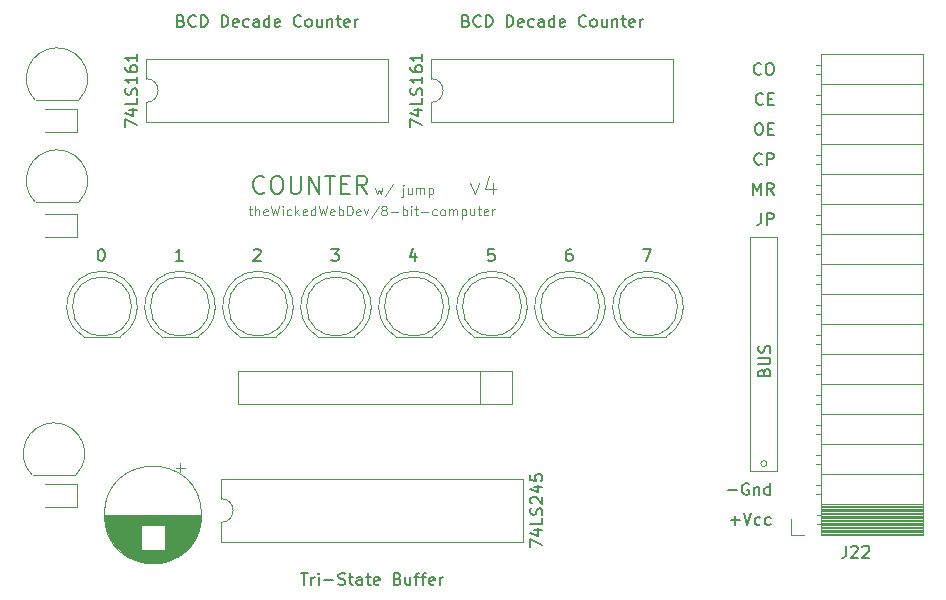
<source format=gbr>
%TF.GenerationSoftware,KiCad,Pcbnew,(5.1.10-1-10_14)*%
%TF.CreationDate,2021-07-27T09:10:44-04:00*%
%TF.ProjectId,COUNTER,434f554e-5445-4522-9e6b-696361645f70,rev?*%
%TF.SameCoordinates,Original*%
%TF.FileFunction,Legend,Top*%
%TF.FilePolarity,Positive*%
%FSLAX46Y46*%
G04 Gerber Fmt 4.6, Leading zero omitted, Abs format (unit mm)*
G04 Created by KiCad (PCBNEW (5.1.10-1-10_14)) date 2021-07-27 09:10:44*
%MOMM*%
%LPD*%
G01*
G04 APERTURE LIST*
%ADD10C,0.150000*%
%ADD11C,0.120000*%
%ADD12C,0.100000*%
G04 APERTURE END LIST*
D10*
X134538476Y-51204880D02*
X135205142Y-51204880D01*
X134776571Y-52204880D01*
X128458285Y-51204880D02*
X128267809Y-51204880D01*
X128172571Y-51252500D01*
X128124952Y-51300119D01*
X128029714Y-51442976D01*
X127982095Y-51633452D01*
X127982095Y-52014404D01*
X128029714Y-52109642D01*
X128077333Y-52157261D01*
X128172571Y-52204880D01*
X128363047Y-52204880D01*
X128458285Y-52157261D01*
X128505904Y-52109642D01*
X128553523Y-52014404D01*
X128553523Y-51776309D01*
X128505904Y-51681071D01*
X128458285Y-51633452D01*
X128363047Y-51585833D01*
X128172571Y-51585833D01*
X128077333Y-51633452D01*
X128029714Y-51681071D01*
X127982095Y-51776309D01*
X121901904Y-51204880D02*
X121425714Y-51204880D01*
X121378095Y-51681071D01*
X121425714Y-51633452D01*
X121520952Y-51585833D01*
X121759047Y-51585833D01*
X121854285Y-51633452D01*
X121901904Y-51681071D01*
X121949523Y-51776309D01*
X121949523Y-52014404D01*
X121901904Y-52109642D01*
X121854285Y-52157261D01*
X121759047Y-52204880D01*
X121520952Y-52204880D01*
X121425714Y-52157261D01*
X121378095Y-52109642D01*
X115250285Y-51538214D02*
X115250285Y-52204880D01*
X115012190Y-51157261D02*
X114774095Y-51871547D01*
X115393142Y-51871547D01*
X108122476Y-51204880D02*
X108741523Y-51204880D01*
X108408190Y-51585833D01*
X108551047Y-51585833D01*
X108646285Y-51633452D01*
X108693904Y-51681071D01*
X108741523Y-51776309D01*
X108741523Y-52014404D01*
X108693904Y-52109642D01*
X108646285Y-52157261D01*
X108551047Y-52204880D01*
X108265333Y-52204880D01*
X108170095Y-52157261D01*
X108122476Y-52109642D01*
X101566095Y-51300119D02*
X101613714Y-51252500D01*
X101708952Y-51204880D01*
X101947047Y-51204880D01*
X102042285Y-51252500D01*
X102089904Y-51300119D01*
X102137523Y-51395357D01*
X102137523Y-51490595D01*
X102089904Y-51633452D01*
X101518476Y-52204880D01*
X102137523Y-52204880D01*
X95533523Y-52204880D02*
X94962095Y-52204880D01*
X95247809Y-52204880D02*
X95247809Y-51204880D01*
X95152571Y-51347738D01*
X95057333Y-51442976D01*
X94962095Y-51490595D01*
X88596190Y-51204880D02*
X88691428Y-51204880D01*
X88786666Y-51252500D01*
X88834285Y-51300119D01*
X88881904Y-51395357D01*
X88929523Y-51585833D01*
X88929523Y-51823928D01*
X88881904Y-52014404D01*
X88834285Y-52109642D01*
X88786666Y-52157261D01*
X88691428Y-52204880D01*
X88596190Y-52204880D01*
X88500952Y-52157261D01*
X88453333Y-52109642D01*
X88405714Y-52014404D01*
X88358095Y-51823928D01*
X88358095Y-51585833D01*
X88405714Y-51395357D01*
X88453333Y-51300119D01*
X88500952Y-51252500D01*
X88596190Y-51204880D01*
X141936571Y-74175928D02*
X142698476Y-74175928D01*
X142317523Y-74556880D02*
X142317523Y-73794976D01*
X143031809Y-73556880D02*
X143365142Y-74556880D01*
X143698476Y-73556880D01*
X144460380Y-74509261D02*
X144365142Y-74556880D01*
X144174666Y-74556880D01*
X144079428Y-74509261D01*
X144031809Y-74461642D01*
X143984190Y-74366404D01*
X143984190Y-74080690D01*
X144031809Y-73985452D01*
X144079428Y-73937833D01*
X144174666Y-73890214D01*
X144365142Y-73890214D01*
X144460380Y-73937833D01*
X145317523Y-74509261D02*
X145222285Y-74556880D01*
X145031809Y-74556880D01*
X144936571Y-74509261D01*
X144888952Y-74461642D01*
X144841333Y-74366404D01*
X144841333Y-74080690D01*
X144888952Y-73985452D01*
X144936571Y-73937833D01*
X145031809Y-73890214D01*
X145222285Y-73890214D01*
X145317523Y-73937833D01*
X141698476Y-71635928D02*
X142460380Y-71635928D01*
X143460380Y-71064500D02*
X143365142Y-71016880D01*
X143222285Y-71016880D01*
X143079428Y-71064500D01*
X142984190Y-71159738D01*
X142936571Y-71254976D01*
X142888952Y-71445452D01*
X142888952Y-71588309D01*
X142936571Y-71778785D01*
X142984190Y-71874023D01*
X143079428Y-71969261D01*
X143222285Y-72016880D01*
X143317523Y-72016880D01*
X143460380Y-71969261D01*
X143508000Y-71921642D01*
X143508000Y-71588309D01*
X143317523Y-71588309D01*
X143936571Y-71350214D02*
X143936571Y-72016880D01*
X143936571Y-71445452D02*
X143984190Y-71397833D01*
X144079428Y-71350214D01*
X144222285Y-71350214D01*
X144317523Y-71397833D01*
X144365142Y-71493071D01*
X144365142Y-72016880D01*
X145269904Y-72016880D02*
X145269904Y-71016880D01*
X145269904Y-71969261D02*
X145174666Y-72016880D01*
X144984190Y-72016880D01*
X144888952Y-71969261D01*
X144841333Y-71921642D01*
X144793714Y-71826404D01*
X144793714Y-71540690D01*
X144841333Y-71445452D01*
X144888952Y-71397833D01*
X144984190Y-71350214D01*
X145174666Y-71350214D01*
X145269904Y-71397833D01*
X143857238Y-46616880D02*
X143857238Y-45616880D01*
X144190571Y-46331166D01*
X144523904Y-45616880D01*
X144523904Y-46616880D01*
X145571523Y-46616880D02*
X145238190Y-46140690D01*
X145000095Y-46616880D02*
X145000095Y-45616880D01*
X145381047Y-45616880D01*
X145476285Y-45664500D01*
X145523904Y-45712119D01*
X145571523Y-45807357D01*
X145571523Y-45950214D01*
X145523904Y-46045452D01*
X145476285Y-46093071D01*
X145381047Y-46140690D01*
X145000095Y-46140690D01*
D11*
X145005500Y-69368500D02*
G75*
G03*
X145005500Y-69368500I-254000J0D01*
G01*
X145859500Y-50228500D02*
X145859500Y-70040500D01*
X143573500Y-70040500D02*
X145859500Y-70040500D01*
X143573500Y-67500500D02*
X143573500Y-70040500D01*
X143573500Y-50228500D02*
X143573500Y-67500500D01*
X145859500Y-50228500D02*
X143573500Y-50228500D01*
D10*
X144523904Y-48156880D02*
X144523904Y-48871166D01*
X144476285Y-49014023D01*
X144381047Y-49109261D01*
X144238190Y-49156880D01*
X144142952Y-49156880D01*
X145000095Y-49156880D02*
X145000095Y-48156880D01*
X145381047Y-48156880D01*
X145476285Y-48204500D01*
X145523904Y-48252119D01*
X145571523Y-48347357D01*
X145571523Y-48490214D01*
X145523904Y-48585452D01*
X145476285Y-48633071D01*
X145381047Y-48680690D01*
X145000095Y-48680690D01*
X144772071Y-61644571D02*
X144819690Y-61501714D01*
X144867309Y-61454095D01*
X144962547Y-61406476D01*
X145105404Y-61406476D01*
X145200642Y-61454095D01*
X145248261Y-61501714D01*
X145295880Y-61596952D01*
X145295880Y-61977904D01*
X144295880Y-61977904D01*
X144295880Y-61644571D01*
X144343500Y-61549333D01*
X144391119Y-61501714D01*
X144486357Y-61454095D01*
X144581595Y-61454095D01*
X144676833Y-61501714D01*
X144724452Y-61549333D01*
X144772071Y-61644571D01*
X144772071Y-61977904D01*
X144295880Y-60977904D02*
X145105404Y-60977904D01*
X145200642Y-60930285D01*
X145248261Y-60882666D01*
X145295880Y-60787428D01*
X145295880Y-60596952D01*
X145248261Y-60501714D01*
X145200642Y-60454095D01*
X145105404Y-60406476D01*
X144295880Y-60406476D01*
X145248261Y-59977904D02*
X145295880Y-59835047D01*
X145295880Y-59596952D01*
X145248261Y-59501714D01*
X145200642Y-59454095D01*
X145105404Y-59406476D01*
X145010166Y-59406476D01*
X144914928Y-59454095D01*
X144867309Y-59501714D01*
X144819690Y-59596952D01*
X144772071Y-59787428D01*
X144724452Y-59882666D01*
X144676833Y-59930285D01*
X144581595Y-59977904D01*
X144486357Y-59977904D01*
X144391119Y-59930285D01*
X144343500Y-59882666D01*
X144295880Y-59787428D01*
X144295880Y-59549333D01*
X144343500Y-59406476D01*
X144571523Y-43981642D02*
X144523904Y-44029261D01*
X144381047Y-44076880D01*
X144285809Y-44076880D01*
X144142952Y-44029261D01*
X144047714Y-43934023D01*
X144000095Y-43838785D01*
X143952476Y-43648309D01*
X143952476Y-43505452D01*
X144000095Y-43314976D01*
X144047714Y-43219738D01*
X144142952Y-43124500D01*
X144285809Y-43076880D01*
X144381047Y-43076880D01*
X144523904Y-43124500D01*
X144571523Y-43172119D01*
X145000095Y-44076880D02*
X145000095Y-43076880D01*
X145381047Y-43076880D01*
X145476285Y-43124500D01*
X145523904Y-43172119D01*
X145571523Y-43267357D01*
X145571523Y-43410214D01*
X145523904Y-43505452D01*
X145476285Y-43553071D01*
X145381047Y-43600690D01*
X145000095Y-43600690D01*
X144238190Y-40536880D02*
X144428666Y-40536880D01*
X144523904Y-40584500D01*
X144619142Y-40679738D01*
X144666761Y-40870214D01*
X144666761Y-41203547D01*
X144619142Y-41394023D01*
X144523904Y-41489261D01*
X144428666Y-41536880D01*
X144238190Y-41536880D01*
X144142952Y-41489261D01*
X144047714Y-41394023D01*
X144000095Y-41203547D01*
X144000095Y-40870214D01*
X144047714Y-40679738D01*
X144142952Y-40584500D01*
X144238190Y-40536880D01*
X145095333Y-41013071D02*
X145428666Y-41013071D01*
X145571523Y-41536880D02*
X145095333Y-41536880D01*
X145095333Y-40536880D01*
X145571523Y-40536880D01*
X144666761Y-38901642D02*
X144619142Y-38949261D01*
X144476285Y-38996880D01*
X144381047Y-38996880D01*
X144238190Y-38949261D01*
X144142952Y-38854023D01*
X144095333Y-38758785D01*
X144047714Y-38568309D01*
X144047714Y-38425452D01*
X144095333Y-38234976D01*
X144142952Y-38139738D01*
X144238190Y-38044500D01*
X144381047Y-37996880D01*
X144476285Y-37996880D01*
X144619142Y-38044500D01*
X144666761Y-38092119D01*
X145095333Y-38473071D02*
X145428666Y-38473071D01*
X145571523Y-38996880D02*
X145095333Y-38996880D01*
X145095333Y-37996880D01*
X145571523Y-37996880D01*
X144523904Y-36361642D02*
X144476285Y-36409261D01*
X144333428Y-36456880D01*
X144238190Y-36456880D01*
X144095333Y-36409261D01*
X144000095Y-36314023D01*
X143952476Y-36218785D01*
X143904857Y-36028309D01*
X143904857Y-35885452D01*
X143952476Y-35694976D01*
X144000095Y-35599738D01*
X144095333Y-35504500D01*
X144238190Y-35456880D01*
X144333428Y-35456880D01*
X144476285Y-35504500D01*
X144523904Y-35552119D01*
X145142952Y-35456880D02*
X145333428Y-35456880D01*
X145428666Y-35504500D01*
X145523904Y-35599738D01*
X145571523Y-35790214D01*
X145571523Y-36123547D01*
X145523904Y-36314023D01*
X145428666Y-36409261D01*
X145333428Y-36456880D01*
X145142952Y-36456880D01*
X145047714Y-36409261D01*
X144952476Y-36314023D01*
X144904857Y-36123547D01*
X144904857Y-35790214D01*
X144952476Y-35599738D01*
X145047714Y-35504500D01*
X145142952Y-35456880D01*
D12*
X119896071Y-45589071D02*
X120253214Y-46589071D01*
X120610357Y-45589071D01*
X121824642Y-45589071D02*
X121824642Y-46589071D01*
X121467500Y-45017642D02*
X121110357Y-46089071D01*
X122038928Y-46089071D01*
X111849309Y-46023071D02*
X112001690Y-46556404D01*
X112154071Y-46175452D01*
X112306452Y-46556404D01*
X112458833Y-46023071D01*
X113335023Y-45718309D02*
X112649309Y-46746880D01*
X114211214Y-46023071D02*
X114211214Y-46708785D01*
X114173119Y-46784976D01*
X114096928Y-46823071D01*
X114058833Y-46823071D01*
X114211214Y-45756404D02*
X114173119Y-45794500D01*
X114211214Y-45832595D01*
X114249309Y-45794500D01*
X114211214Y-45756404D01*
X114211214Y-45832595D01*
X114935023Y-46023071D02*
X114935023Y-46556404D01*
X114592166Y-46023071D02*
X114592166Y-46442119D01*
X114630261Y-46518309D01*
X114706452Y-46556404D01*
X114820738Y-46556404D01*
X114896928Y-46518309D01*
X114935023Y-46480214D01*
X115315976Y-46556404D02*
X115315976Y-46023071D01*
X115315976Y-46099261D02*
X115354071Y-46061166D01*
X115430261Y-46023071D01*
X115544547Y-46023071D01*
X115620738Y-46061166D01*
X115658833Y-46137357D01*
X115658833Y-46556404D01*
X115658833Y-46137357D02*
X115696928Y-46061166D01*
X115773119Y-46023071D01*
X115887404Y-46023071D01*
X115963595Y-46061166D01*
X116001690Y-46137357D01*
X116001690Y-46556404D01*
X116382642Y-46023071D02*
X116382642Y-46823071D01*
X116382642Y-46061166D02*
X116458833Y-46023071D01*
X116611214Y-46023071D01*
X116687404Y-46061166D01*
X116725500Y-46099261D01*
X116763595Y-46175452D01*
X116763595Y-46404023D01*
X116725500Y-46480214D01*
X116687404Y-46518309D01*
X116611214Y-46556404D01*
X116458833Y-46556404D01*
X116382642Y-46518309D01*
X101127404Y-47833071D02*
X101432166Y-47833071D01*
X101241690Y-47566404D02*
X101241690Y-48252119D01*
X101279785Y-48328309D01*
X101355976Y-48366404D01*
X101432166Y-48366404D01*
X101698833Y-48366404D02*
X101698833Y-47566404D01*
X102041690Y-48366404D02*
X102041690Y-47947357D01*
X102003595Y-47871166D01*
X101927404Y-47833071D01*
X101813119Y-47833071D01*
X101736928Y-47871166D01*
X101698833Y-47909261D01*
X102727404Y-48328309D02*
X102651214Y-48366404D01*
X102498833Y-48366404D01*
X102422642Y-48328309D01*
X102384547Y-48252119D01*
X102384547Y-47947357D01*
X102422642Y-47871166D01*
X102498833Y-47833071D01*
X102651214Y-47833071D01*
X102727404Y-47871166D01*
X102765500Y-47947357D01*
X102765500Y-48023547D01*
X102384547Y-48099738D01*
X103032166Y-47566404D02*
X103222642Y-48366404D01*
X103375023Y-47794976D01*
X103527404Y-48366404D01*
X103717880Y-47566404D01*
X104022642Y-48366404D02*
X104022642Y-47833071D01*
X104022642Y-47566404D02*
X103984547Y-47604500D01*
X104022642Y-47642595D01*
X104060738Y-47604500D01*
X104022642Y-47566404D01*
X104022642Y-47642595D01*
X104746452Y-48328309D02*
X104670261Y-48366404D01*
X104517880Y-48366404D01*
X104441690Y-48328309D01*
X104403595Y-48290214D01*
X104365500Y-48214023D01*
X104365500Y-47985452D01*
X104403595Y-47909261D01*
X104441690Y-47871166D01*
X104517880Y-47833071D01*
X104670261Y-47833071D01*
X104746452Y-47871166D01*
X105089309Y-48366404D02*
X105089309Y-47566404D01*
X105165500Y-48061642D02*
X105394071Y-48366404D01*
X105394071Y-47833071D02*
X105089309Y-48137833D01*
X106041690Y-48328309D02*
X105965500Y-48366404D01*
X105813119Y-48366404D01*
X105736928Y-48328309D01*
X105698833Y-48252119D01*
X105698833Y-47947357D01*
X105736928Y-47871166D01*
X105813119Y-47833071D01*
X105965500Y-47833071D01*
X106041690Y-47871166D01*
X106079785Y-47947357D01*
X106079785Y-48023547D01*
X105698833Y-48099738D01*
X106765500Y-48366404D02*
X106765500Y-47566404D01*
X106765500Y-48328309D02*
X106689309Y-48366404D01*
X106536928Y-48366404D01*
X106460738Y-48328309D01*
X106422642Y-48290214D01*
X106384547Y-48214023D01*
X106384547Y-47985452D01*
X106422642Y-47909261D01*
X106460738Y-47871166D01*
X106536928Y-47833071D01*
X106689309Y-47833071D01*
X106765500Y-47871166D01*
X107070261Y-47566404D02*
X107260738Y-48366404D01*
X107413119Y-47794976D01*
X107565500Y-48366404D01*
X107755976Y-47566404D01*
X108365500Y-48328309D02*
X108289309Y-48366404D01*
X108136928Y-48366404D01*
X108060738Y-48328309D01*
X108022642Y-48252119D01*
X108022642Y-47947357D01*
X108060738Y-47871166D01*
X108136928Y-47833071D01*
X108289309Y-47833071D01*
X108365500Y-47871166D01*
X108403595Y-47947357D01*
X108403595Y-48023547D01*
X108022642Y-48099738D01*
X108746452Y-48366404D02*
X108746452Y-47566404D01*
X108746452Y-47871166D02*
X108822642Y-47833071D01*
X108975023Y-47833071D01*
X109051214Y-47871166D01*
X109089309Y-47909261D01*
X109127404Y-47985452D01*
X109127404Y-48214023D01*
X109089309Y-48290214D01*
X109051214Y-48328309D01*
X108975023Y-48366404D01*
X108822642Y-48366404D01*
X108746452Y-48328309D01*
X109470261Y-48366404D02*
X109470261Y-47566404D01*
X109660738Y-47566404D01*
X109775023Y-47604500D01*
X109851214Y-47680690D01*
X109889309Y-47756880D01*
X109927404Y-47909261D01*
X109927404Y-48023547D01*
X109889309Y-48175928D01*
X109851214Y-48252119D01*
X109775023Y-48328309D01*
X109660738Y-48366404D01*
X109470261Y-48366404D01*
X110575023Y-48328309D02*
X110498833Y-48366404D01*
X110346452Y-48366404D01*
X110270261Y-48328309D01*
X110232166Y-48252119D01*
X110232166Y-47947357D01*
X110270261Y-47871166D01*
X110346452Y-47833071D01*
X110498833Y-47833071D01*
X110575023Y-47871166D01*
X110613119Y-47947357D01*
X110613119Y-48023547D01*
X110232166Y-48099738D01*
X110879785Y-47833071D02*
X111070261Y-48366404D01*
X111260738Y-47833071D01*
X112136928Y-47528309D02*
X111451214Y-48556880D01*
X112517880Y-47909261D02*
X112441690Y-47871166D01*
X112403595Y-47833071D01*
X112365500Y-47756880D01*
X112365500Y-47718785D01*
X112403595Y-47642595D01*
X112441690Y-47604500D01*
X112517880Y-47566404D01*
X112670261Y-47566404D01*
X112746452Y-47604500D01*
X112784547Y-47642595D01*
X112822642Y-47718785D01*
X112822642Y-47756880D01*
X112784547Y-47833071D01*
X112746452Y-47871166D01*
X112670261Y-47909261D01*
X112517880Y-47909261D01*
X112441690Y-47947357D01*
X112403595Y-47985452D01*
X112365500Y-48061642D01*
X112365500Y-48214023D01*
X112403595Y-48290214D01*
X112441690Y-48328309D01*
X112517880Y-48366404D01*
X112670261Y-48366404D01*
X112746452Y-48328309D01*
X112784547Y-48290214D01*
X112822642Y-48214023D01*
X112822642Y-48061642D01*
X112784547Y-47985452D01*
X112746452Y-47947357D01*
X112670261Y-47909261D01*
X113165500Y-48061642D02*
X113775023Y-48061642D01*
X114155976Y-48366404D02*
X114155976Y-47566404D01*
X114155976Y-47871166D02*
X114232166Y-47833071D01*
X114384547Y-47833071D01*
X114460738Y-47871166D01*
X114498833Y-47909261D01*
X114536928Y-47985452D01*
X114536928Y-48214023D01*
X114498833Y-48290214D01*
X114460738Y-48328309D01*
X114384547Y-48366404D01*
X114232166Y-48366404D01*
X114155976Y-48328309D01*
X114879785Y-48366404D02*
X114879785Y-47833071D01*
X114879785Y-47566404D02*
X114841690Y-47604500D01*
X114879785Y-47642595D01*
X114917880Y-47604500D01*
X114879785Y-47566404D01*
X114879785Y-47642595D01*
X115146452Y-47833071D02*
X115451214Y-47833071D01*
X115260738Y-47566404D02*
X115260738Y-48252119D01*
X115298833Y-48328309D01*
X115375023Y-48366404D01*
X115451214Y-48366404D01*
X115717880Y-48061642D02*
X116327404Y-48061642D01*
X117051214Y-48328309D02*
X116975023Y-48366404D01*
X116822642Y-48366404D01*
X116746452Y-48328309D01*
X116708357Y-48290214D01*
X116670261Y-48214023D01*
X116670261Y-47985452D01*
X116708357Y-47909261D01*
X116746452Y-47871166D01*
X116822642Y-47833071D01*
X116975023Y-47833071D01*
X117051214Y-47871166D01*
X117508357Y-48366404D02*
X117432166Y-48328309D01*
X117394071Y-48290214D01*
X117355976Y-48214023D01*
X117355976Y-47985452D01*
X117394071Y-47909261D01*
X117432166Y-47871166D01*
X117508357Y-47833071D01*
X117622642Y-47833071D01*
X117698833Y-47871166D01*
X117736928Y-47909261D01*
X117775023Y-47985452D01*
X117775023Y-48214023D01*
X117736928Y-48290214D01*
X117698833Y-48328309D01*
X117622642Y-48366404D01*
X117508357Y-48366404D01*
X118117880Y-48366404D02*
X118117880Y-47833071D01*
X118117880Y-47909261D02*
X118155976Y-47871166D01*
X118232166Y-47833071D01*
X118346452Y-47833071D01*
X118422642Y-47871166D01*
X118460738Y-47947357D01*
X118460738Y-48366404D01*
X118460738Y-47947357D02*
X118498833Y-47871166D01*
X118575023Y-47833071D01*
X118689309Y-47833071D01*
X118765500Y-47871166D01*
X118803595Y-47947357D01*
X118803595Y-48366404D01*
X119184547Y-47833071D02*
X119184547Y-48633071D01*
X119184547Y-47871166D02*
X119260738Y-47833071D01*
X119413119Y-47833071D01*
X119489309Y-47871166D01*
X119527404Y-47909261D01*
X119565500Y-47985452D01*
X119565500Y-48214023D01*
X119527404Y-48290214D01*
X119489309Y-48328309D01*
X119413119Y-48366404D01*
X119260738Y-48366404D01*
X119184547Y-48328309D01*
X120251214Y-47833071D02*
X120251214Y-48366404D01*
X119908357Y-47833071D02*
X119908357Y-48252119D01*
X119946452Y-48328309D01*
X120022642Y-48366404D01*
X120136928Y-48366404D01*
X120213119Y-48328309D01*
X120251214Y-48290214D01*
X120517880Y-47833071D02*
X120822642Y-47833071D01*
X120632166Y-47566404D02*
X120632166Y-48252119D01*
X120670261Y-48328309D01*
X120746452Y-48366404D01*
X120822642Y-48366404D01*
X121394071Y-48328309D02*
X121317880Y-48366404D01*
X121165500Y-48366404D01*
X121089309Y-48328309D01*
X121051214Y-48252119D01*
X121051214Y-47947357D01*
X121089309Y-47871166D01*
X121165500Y-47833071D01*
X121317880Y-47833071D01*
X121394071Y-47871166D01*
X121432166Y-47947357D01*
X121432166Y-48023547D01*
X121051214Y-48099738D01*
X121775023Y-48366404D02*
X121775023Y-47833071D01*
X121775023Y-47985452D02*
X121813119Y-47909261D01*
X121851214Y-47871166D01*
X121927404Y-47833071D01*
X122003595Y-47833071D01*
D10*
X102463242Y-46363114D02*
X102391814Y-46434542D01*
X102177528Y-46505971D01*
X102034671Y-46505971D01*
X101820385Y-46434542D01*
X101677528Y-46291685D01*
X101606100Y-46148828D01*
X101534671Y-45863114D01*
X101534671Y-45648828D01*
X101606100Y-45363114D01*
X101677528Y-45220257D01*
X101820385Y-45077400D01*
X102034671Y-45005971D01*
X102177528Y-45005971D01*
X102391814Y-45077400D01*
X102463242Y-45148828D01*
X103391814Y-45005971D02*
X103677528Y-45005971D01*
X103820385Y-45077400D01*
X103963242Y-45220257D01*
X104034671Y-45505971D01*
X104034671Y-46005971D01*
X103963242Y-46291685D01*
X103820385Y-46434542D01*
X103677528Y-46505971D01*
X103391814Y-46505971D01*
X103248957Y-46434542D01*
X103106100Y-46291685D01*
X103034671Y-46005971D01*
X103034671Y-45505971D01*
X103106100Y-45220257D01*
X103248957Y-45077400D01*
X103391814Y-45005971D01*
X104677528Y-45005971D02*
X104677528Y-46220257D01*
X104748957Y-46363114D01*
X104820385Y-46434542D01*
X104963242Y-46505971D01*
X105248957Y-46505971D01*
X105391814Y-46434542D01*
X105463242Y-46363114D01*
X105534671Y-46220257D01*
X105534671Y-45005971D01*
X106248957Y-46505971D02*
X106248957Y-45005971D01*
X107106100Y-46505971D01*
X107106100Y-45005971D01*
X107606100Y-45005971D02*
X108463242Y-45005971D01*
X108034671Y-46505971D02*
X108034671Y-45005971D01*
X108963242Y-45720257D02*
X109463242Y-45720257D01*
X109677528Y-46505971D02*
X108963242Y-46505971D01*
X108963242Y-45005971D01*
X109677528Y-45005971D01*
X111177528Y-46505971D02*
X110677528Y-45791685D01*
X110320385Y-46505971D02*
X110320385Y-45005971D01*
X110891814Y-45005971D01*
X111034671Y-45077400D01*
X111106100Y-45148828D01*
X111177528Y-45291685D01*
X111177528Y-45505971D01*
X111106100Y-45648828D01*
X111034671Y-45720257D01*
X110891814Y-45791685D01*
X110320385Y-45791685D01*
D11*
%TO.C,J22*%
X148145500Y-75434500D02*
X147035500Y-75434500D01*
X147035500Y-75434500D02*
X147035500Y-74104500D01*
X158235500Y-75434500D02*
X158235500Y-34674500D01*
X158235500Y-34674500D02*
X149605500Y-34674500D01*
X149605500Y-75434500D02*
X149605500Y-34674500D01*
X158235500Y-75434500D02*
X149605500Y-75434500D01*
X158235500Y-37274500D02*
X149605500Y-37274500D01*
X158235500Y-39814500D02*
X149605500Y-39814500D01*
X158235500Y-42354500D02*
X149605500Y-42354500D01*
X158235500Y-44894500D02*
X149605500Y-44894500D01*
X158235500Y-47434500D02*
X149605500Y-47434500D01*
X158235500Y-49974500D02*
X149605500Y-49974500D01*
X158235500Y-52514500D02*
X149605500Y-52514500D01*
X158235500Y-55054500D02*
X149605500Y-55054500D01*
X158235500Y-57594500D02*
X149605500Y-57594500D01*
X158235500Y-60134500D02*
X149605500Y-60134500D01*
X158235500Y-62674500D02*
X149605500Y-62674500D01*
X158235500Y-65214500D02*
X149605500Y-65214500D01*
X158235500Y-67754500D02*
X149605500Y-67754500D01*
X158235500Y-70294500D02*
X149605500Y-70294500D01*
X158235500Y-72834500D02*
X149605500Y-72834500D01*
X149605500Y-35644500D02*
X149195500Y-35644500D01*
X149605500Y-36364500D02*
X149195500Y-36364500D01*
X149605500Y-38184500D02*
X149195500Y-38184500D01*
X149605500Y-38904500D02*
X149195500Y-38904500D01*
X149605500Y-40724500D02*
X149195500Y-40724500D01*
X149605500Y-41444500D02*
X149195500Y-41444500D01*
X149605500Y-43264500D02*
X149195500Y-43264500D01*
X149605500Y-43984500D02*
X149195500Y-43984500D01*
X149605500Y-45804500D02*
X149195500Y-45804500D01*
X149605500Y-46524500D02*
X149195500Y-46524500D01*
X149605500Y-48344500D02*
X149195500Y-48344500D01*
X149605500Y-49064500D02*
X149195500Y-49064500D01*
X149605500Y-50884500D02*
X149195500Y-50884500D01*
X149605500Y-51604500D02*
X149195500Y-51604500D01*
X149605500Y-53424500D02*
X149195500Y-53424500D01*
X149605500Y-54144500D02*
X149195500Y-54144500D01*
X149605500Y-55964500D02*
X149195500Y-55964500D01*
X149605500Y-56684500D02*
X149195500Y-56684500D01*
X149605500Y-58504500D02*
X149195500Y-58504500D01*
X149605500Y-59224500D02*
X149195500Y-59224500D01*
X149605500Y-61044500D02*
X149195500Y-61044500D01*
X149605500Y-61764500D02*
X149195500Y-61764500D01*
X149605500Y-63584500D02*
X149195500Y-63584500D01*
X149605500Y-64304500D02*
X149195500Y-64304500D01*
X149605500Y-66124500D02*
X149195500Y-66124500D01*
X149605500Y-66844500D02*
X149195500Y-66844500D01*
X149605500Y-68664500D02*
X149195500Y-68664500D01*
X149605500Y-69384500D02*
X149195500Y-69384500D01*
X149605500Y-71204500D02*
X149195500Y-71204500D01*
X149605500Y-71924500D02*
X149195500Y-71924500D01*
X149605500Y-73744500D02*
X149255500Y-73744500D01*
X149605500Y-74464500D02*
X149255500Y-74464500D01*
X158235500Y-72952600D02*
X149605500Y-72952600D01*
X158235500Y-73070695D02*
X149605500Y-73070695D01*
X158235500Y-73188790D02*
X149605500Y-73188790D01*
X158235500Y-73306885D02*
X149605500Y-73306885D01*
X158235500Y-73424980D02*
X149605500Y-73424980D01*
X158235500Y-73543075D02*
X149605500Y-73543075D01*
X158235500Y-73661170D02*
X149605500Y-73661170D01*
X158235500Y-73779265D02*
X149605500Y-73779265D01*
X158235500Y-73897360D02*
X149605500Y-73897360D01*
X158235500Y-74015455D02*
X149605500Y-74015455D01*
X158235500Y-74133550D02*
X149605500Y-74133550D01*
X158235500Y-74251645D02*
X149605500Y-74251645D01*
X158235500Y-74369740D02*
X149605500Y-74369740D01*
X158235500Y-74487835D02*
X149605500Y-74487835D01*
X158235500Y-74605930D02*
X149605500Y-74605930D01*
X158235500Y-74724025D02*
X149605500Y-74724025D01*
X158235500Y-74842120D02*
X149605500Y-74842120D01*
X158235500Y-74960215D02*
X149605500Y-74960215D01*
X158235500Y-75078310D02*
X149605500Y-75078310D01*
X158235500Y-75196405D02*
X149605500Y-75196405D01*
X158235500Y-75314500D02*
X149605500Y-75314500D01*
%TO.C,C10*%
X97147500Y-73718500D02*
G75*
G03*
X97147500Y-73718500I-4120000J0D01*
G01*
X97107500Y-73718500D02*
X88947500Y-73718500D01*
X97107500Y-73758500D02*
X88947500Y-73758500D01*
X97107500Y-73798500D02*
X88947500Y-73798500D01*
X97106500Y-73838500D02*
X88948500Y-73838500D01*
X97104500Y-73878500D02*
X88950500Y-73878500D01*
X97103500Y-73918500D02*
X88951500Y-73918500D01*
X97101500Y-73958500D02*
X88953500Y-73958500D01*
X97098500Y-73998500D02*
X88956500Y-73998500D01*
X97095500Y-74038500D02*
X88959500Y-74038500D01*
X97092500Y-74078500D02*
X88962500Y-74078500D01*
X97088500Y-74118500D02*
X88966500Y-74118500D01*
X97084500Y-74158500D02*
X88970500Y-74158500D01*
X97079500Y-74198500D02*
X88975500Y-74198500D01*
X97075500Y-74238500D02*
X88979500Y-74238500D01*
X97069500Y-74278500D02*
X88985500Y-74278500D01*
X97064500Y-74318500D02*
X88990500Y-74318500D01*
X97057500Y-74358500D02*
X88997500Y-74358500D01*
X97051500Y-74398500D02*
X89003500Y-74398500D01*
X97044500Y-74439500D02*
X89010500Y-74439500D01*
X97037500Y-74479500D02*
X89017500Y-74479500D01*
X97029500Y-74519500D02*
X89025500Y-74519500D01*
X97021500Y-74559500D02*
X89033500Y-74559500D01*
X97012500Y-74599500D02*
X94067500Y-74599500D01*
X91987500Y-74599500D02*
X89042500Y-74599500D01*
X97003500Y-74639500D02*
X94067500Y-74639500D01*
X91987500Y-74639500D02*
X89051500Y-74639500D01*
X96994500Y-74679500D02*
X94067500Y-74679500D01*
X91987500Y-74679500D02*
X89060500Y-74679500D01*
X96984500Y-74719500D02*
X94067500Y-74719500D01*
X91987500Y-74719500D02*
X89070500Y-74719500D01*
X96974500Y-74759500D02*
X94067500Y-74759500D01*
X91987500Y-74759500D02*
X89080500Y-74759500D01*
X96963500Y-74799500D02*
X94067500Y-74799500D01*
X91987500Y-74799500D02*
X89091500Y-74799500D01*
X96952500Y-74839500D02*
X94067500Y-74839500D01*
X91987500Y-74839500D02*
X89102500Y-74839500D01*
X96941500Y-74879500D02*
X94067500Y-74879500D01*
X91987500Y-74879500D02*
X89113500Y-74879500D01*
X96929500Y-74919500D02*
X94067500Y-74919500D01*
X91987500Y-74919500D02*
X89125500Y-74919500D01*
X96916500Y-74959500D02*
X94067500Y-74959500D01*
X91987500Y-74959500D02*
X89138500Y-74959500D01*
X96904500Y-74999500D02*
X94067500Y-74999500D01*
X91987500Y-74999500D02*
X89150500Y-74999500D01*
X96890500Y-75039500D02*
X94067500Y-75039500D01*
X91987500Y-75039500D02*
X89164500Y-75039500D01*
X96877500Y-75079500D02*
X94067500Y-75079500D01*
X91987500Y-75079500D02*
X89177500Y-75079500D01*
X96862500Y-75119500D02*
X94067500Y-75119500D01*
X91987500Y-75119500D02*
X89192500Y-75119500D01*
X96848500Y-75159500D02*
X94067500Y-75159500D01*
X91987500Y-75159500D02*
X89206500Y-75159500D01*
X96832500Y-75199500D02*
X94067500Y-75199500D01*
X91987500Y-75199500D02*
X89222500Y-75199500D01*
X96817500Y-75239500D02*
X94067500Y-75239500D01*
X91987500Y-75239500D02*
X89237500Y-75239500D01*
X96801500Y-75279500D02*
X94067500Y-75279500D01*
X91987500Y-75279500D02*
X89253500Y-75279500D01*
X96784500Y-75319500D02*
X94067500Y-75319500D01*
X91987500Y-75319500D02*
X89270500Y-75319500D01*
X96767500Y-75359500D02*
X94067500Y-75359500D01*
X91987500Y-75359500D02*
X89287500Y-75359500D01*
X96749500Y-75399500D02*
X94067500Y-75399500D01*
X91987500Y-75399500D02*
X89305500Y-75399500D01*
X96731500Y-75439500D02*
X94067500Y-75439500D01*
X91987500Y-75439500D02*
X89323500Y-75439500D01*
X96713500Y-75479500D02*
X94067500Y-75479500D01*
X91987500Y-75479500D02*
X89341500Y-75479500D01*
X96693500Y-75519500D02*
X94067500Y-75519500D01*
X91987500Y-75519500D02*
X89361500Y-75519500D01*
X96674500Y-75559500D02*
X94067500Y-75559500D01*
X91987500Y-75559500D02*
X89380500Y-75559500D01*
X96654500Y-75599500D02*
X94067500Y-75599500D01*
X91987500Y-75599500D02*
X89400500Y-75599500D01*
X96633500Y-75639500D02*
X94067500Y-75639500D01*
X91987500Y-75639500D02*
X89421500Y-75639500D01*
X96611500Y-75679500D02*
X94067500Y-75679500D01*
X91987500Y-75679500D02*
X89443500Y-75679500D01*
X96589500Y-75719500D02*
X94067500Y-75719500D01*
X91987500Y-75719500D02*
X89465500Y-75719500D01*
X96567500Y-75759500D02*
X94067500Y-75759500D01*
X91987500Y-75759500D02*
X89487500Y-75759500D01*
X96544500Y-75799500D02*
X94067500Y-75799500D01*
X91987500Y-75799500D02*
X89510500Y-75799500D01*
X96520500Y-75839500D02*
X94067500Y-75839500D01*
X91987500Y-75839500D02*
X89534500Y-75839500D01*
X96496500Y-75879500D02*
X94067500Y-75879500D01*
X91987500Y-75879500D02*
X89558500Y-75879500D01*
X96471500Y-75919500D02*
X94067500Y-75919500D01*
X91987500Y-75919500D02*
X89583500Y-75919500D01*
X96445500Y-75959500D02*
X94067500Y-75959500D01*
X91987500Y-75959500D02*
X89609500Y-75959500D01*
X96419500Y-75999500D02*
X94067500Y-75999500D01*
X91987500Y-75999500D02*
X89635500Y-75999500D01*
X96392500Y-76039500D02*
X94067500Y-76039500D01*
X91987500Y-76039500D02*
X89662500Y-76039500D01*
X96365500Y-76079500D02*
X94067500Y-76079500D01*
X91987500Y-76079500D02*
X89689500Y-76079500D01*
X96336500Y-76119500D02*
X94067500Y-76119500D01*
X91987500Y-76119500D02*
X89718500Y-76119500D01*
X96307500Y-76159500D02*
X94067500Y-76159500D01*
X91987500Y-76159500D02*
X89747500Y-76159500D01*
X96277500Y-76199500D02*
X94067500Y-76199500D01*
X91987500Y-76199500D02*
X89777500Y-76199500D01*
X96247500Y-76239500D02*
X94067500Y-76239500D01*
X91987500Y-76239500D02*
X89807500Y-76239500D01*
X96216500Y-76279500D02*
X94067500Y-76279500D01*
X91987500Y-76279500D02*
X89838500Y-76279500D01*
X96183500Y-76319500D02*
X94067500Y-76319500D01*
X91987500Y-76319500D02*
X89871500Y-76319500D01*
X96151500Y-76359500D02*
X94067500Y-76359500D01*
X91987500Y-76359500D02*
X89903500Y-76359500D01*
X96117500Y-76399500D02*
X94067500Y-76399500D01*
X91987500Y-76399500D02*
X89937500Y-76399500D01*
X96082500Y-76439500D02*
X94067500Y-76439500D01*
X91987500Y-76439500D02*
X89972500Y-76439500D01*
X96046500Y-76479500D02*
X94067500Y-76479500D01*
X91987500Y-76479500D02*
X90008500Y-76479500D01*
X96010500Y-76519500D02*
X94067500Y-76519500D01*
X91987500Y-76519500D02*
X90044500Y-76519500D01*
X95972500Y-76559500D02*
X94067500Y-76559500D01*
X91987500Y-76559500D02*
X90082500Y-76559500D01*
X95934500Y-76599500D02*
X94067500Y-76599500D01*
X91987500Y-76599500D02*
X90120500Y-76599500D01*
X95894500Y-76639500D02*
X94067500Y-76639500D01*
X91987500Y-76639500D02*
X90160500Y-76639500D01*
X95853500Y-76679500D02*
X90201500Y-76679500D01*
X95811500Y-76719500D02*
X90243500Y-76719500D01*
X95768500Y-76759500D02*
X90286500Y-76759500D01*
X95724500Y-76799500D02*
X90330500Y-76799500D01*
X95678500Y-76839500D02*
X90376500Y-76839500D01*
X95631500Y-76879500D02*
X90423500Y-76879500D01*
X95583500Y-76919500D02*
X90471500Y-76919500D01*
X95532500Y-76959500D02*
X90522500Y-76959500D01*
X95481500Y-76999500D02*
X90573500Y-76999500D01*
X95427500Y-77039500D02*
X90627500Y-77039500D01*
X95372500Y-77079500D02*
X90682500Y-77079500D01*
X95314500Y-77119500D02*
X90740500Y-77119500D01*
X95255500Y-77159500D02*
X90799500Y-77159500D01*
X95193500Y-77199500D02*
X90861500Y-77199500D01*
X95129500Y-77239500D02*
X90925500Y-77239500D01*
X95061500Y-77279500D02*
X90993500Y-77279500D01*
X94991500Y-77319500D02*
X91063500Y-77319500D01*
X94917500Y-77359500D02*
X91137500Y-77359500D01*
X94840500Y-77399500D02*
X91214500Y-77399500D01*
X94758500Y-77439500D02*
X91296500Y-77439500D01*
X94672500Y-77479500D02*
X91382500Y-77479500D01*
X94579500Y-77519500D02*
X91475500Y-77519500D01*
X94480500Y-77559500D02*
X91574500Y-77559500D01*
X94373500Y-77599500D02*
X91681500Y-77599500D01*
X94256500Y-77639500D02*
X91798500Y-77639500D01*
X94125500Y-77679500D02*
X91929500Y-77679500D01*
X93975500Y-77719500D02*
X92079500Y-77719500D01*
X93795500Y-77759500D02*
X92259500Y-77759500D01*
X93560500Y-77799500D02*
X92494500Y-77799500D01*
X95342500Y-69308802D02*
X95342500Y-70108802D01*
X95742500Y-69708802D02*
X94942500Y-69708802D01*
%TO.C,R3*%
X83899500Y-50172500D02*
X86584500Y-50172500D01*
X86584500Y-50172500D02*
X86584500Y-48252500D01*
X86584500Y-48252500D02*
X83899500Y-48252500D01*
%TO.C,Q3*%
X86737978Y-47240978D02*
G75*
G03*
X84899500Y-42802500I-1838478J1838478D01*
G01*
X83061022Y-47240978D02*
G75*
G02*
X84899500Y-42802500I1838478J1838478D01*
G01*
X83099500Y-47252500D02*
X86699500Y-47252500D01*
%TO.C,R2*%
X83899500Y-73032500D02*
X86584500Y-73032500D01*
X86584500Y-73032500D02*
X86584500Y-71112500D01*
X86584500Y-71112500D02*
X83899500Y-71112500D01*
%TO.C,Q2*%
X86483978Y-70354978D02*
G75*
G03*
X84645500Y-65916500I-1838478J1838478D01*
G01*
X82807022Y-70354978D02*
G75*
G02*
X84645500Y-65916500I1838478J1838478D01*
G01*
X82845500Y-70366500D02*
X86445500Y-70366500D01*
%TO.C,R1*%
X83899500Y-41282500D02*
X86584500Y-41282500D01*
X86584500Y-41282500D02*
X86584500Y-39362500D01*
X86584500Y-39362500D02*
X83899500Y-39362500D01*
%TO.C,Q1*%
X86737978Y-38604978D02*
G75*
G03*
X84899500Y-34166500I-1838478J1838478D01*
G01*
X83061022Y-38604978D02*
G75*
G02*
X84899500Y-34166500I1838478J1838478D01*
G01*
X83099500Y-38616500D02*
X86699500Y-38616500D01*
%TO.C,RN1*%
X123423500Y-64328500D02*
X123423500Y-61528500D01*
X123423500Y-61528500D02*
X100223500Y-61528500D01*
X100223500Y-61528500D02*
X100223500Y-64328500D01*
X100223500Y-64328500D02*
X123423500Y-64328500D01*
X120713500Y-64328500D02*
X120713500Y-61528500D01*
%TO.C,D8*%
X134937038Y-53080500D02*
G75*
G02*
X136482330Y-58630500I462J-2990000D01*
G01*
X134937962Y-53080500D02*
G75*
G03*
X133392670Y-58630500I-462J-2990000D01*
G01*
X137437500Y-56070500D02*
G75*
G03*
X137437500Y-56070500I-2500000J0D01*
G01*
X133392500Y-58630500D02*
X136482500Y-58630500D01*
%TO.C,D7*%
X128333038Y-53080500D02*
G75*
G02*
X129878330Y-58630500I462J-2990000D01*
G01*
X128333962Y-53080500D02*
G75*
G03*
X126788670Y-58630500I-462J-2990000D01*
G01*
X130833500Y-56070500D02*
G75*
G03*
X130833500Y-56070500I-2500000J0D01*
G01*
X126788500Y-58630500D02*
X129878500Y-58630500D01*
%TO.C,D6*%
X121729038Y-53080500D02*
G75*
G02*
X123274330Y-58630500I462J-2990000D01*
G01*
X121729962Y-53080500D02*
G75*
G03*
X120184670Y-58630500I-462J-2990000D01*
G01*
X124229500Y-56070500D02*
G75*
G03*
X124229500Y-56070500I-2500000J0D01*
G01*
X120184500Y-58630500D02*
X123274500Y-58630500D01*
%TO.C,D5*%
X115125038Y-53080500D02*
G75*
G02*
X116670330Y-58630500I462J-2990000D01*
G01*
X115125962Y-53080500D02*
G75*
G03*
X113580670Y-58630500I-462J-2990000D01*
G01*
X117625500Y-56070500D02*
G75*
G03*
X117625500Y-56070500I-2500000J0D01*
G01*
X113580500Y-58630500D02*
X116670500Y-58630500D01*
%TO.C,D4*%
X108521038Y-53080500D02*
G75*
G02*
X110066330Y-58630500I462J-2990000D01*
G01*
X108521962Y-53080500D02*
G75*
G03*
X106976670Y-58630500I-462J-2990000D01*
G01*
X111021500Y-56070500D02*
G75*
G03*
X111021500Y-56070500I-2500000J0D01*
G01*
X106976500Y-58630500D02*
X110066500Y-58630500D01*
%TO.C,D3*%
X101917038Y-53080500D02*
G75*
G02*
X103462330Y-58630500I462J-2990000D01*
G01*
X101917962Y-53080500D02*
G75*
G03*
X100372670Y-58630500I-462J-2990000D01*
G01*
X104417500Y-56070500D02*
G75*
G03*
X104417500Y-56070500I-2500000J0D01*
G01*
X100372500Y-58630500D02*
X103462500Y-58630500D01*
%TO.C,D2*%
X95313038Y-53080500D02*
G75*
G02*
X96858330Y-58630500I462J-2990000D01*
G01*
X95313962Y-53080500D02*
G75*
G03*
X93768670Y-58630500I-462J-2990000D01*
G01*
X97813500Y-56070500D02*
G75*
G03*
X97813500Y-56070500I-2500000J0D01*
G01*
X93768500Y-58630500D02*
X96858500Y-58630500D01*
%TO.C,D1*%
X88709038Y-53080500D02*
G75*
G02*
X90254330Y-58630500I462J-2990000D01*
G01*
X88709962Y-53080500D02*
G75*
G03*
X87164670Y-58630500I-462J-2990000D01*
G01*
X91209500Y-56070500D02*
G75*
G03*
X91209500Y-56070500I-2500000J0D01*
G01*
X87164500Y-58630500D02*
X90254500Y-58630500D01*
%TO.C,U14*%
X92459500Y-38782500D02*
X92459500Y-40432500D01*
X92459500Y-40432500D02*
X112899500Y-40432500D01*
X112899500Y-40432500D02*
X112899500Y-35132500D01*
X112899500Y-35132500D02*
X92459500Y-35132500D01*
X92459500Y-35132500D02*
X92459500Y-36782500D01*
X92459500Y-36782500D02*
G75*
G02*
X92459500Y-38782500I0J-1000000D01*
G01*
%TO.C,U47*%
X98809500Y-74342500D02*
X98809500Y-75992500D01*
X98809500Y-75992500D02*
X124329500Y-75992500D01*
X124329500Y-75992500D02*
X124329500Y-70692500D01*
X124329500Y-70692500D02*
X98809500Y-70692500D01*
X98809500Y-70692500D02*
X98809500Y-72342500D01*
X98809500Y-72342500D02*
G75*
G02*
X98809500Y-74342500I0J-1000000D01*
G01*
%TO.C,U12*%
X116589500Y-38782500D02*
X116589500Y-40432500D01*
X116589500Y-40432500D02*
X137029500Y-40432500D01*
X137029500Y-40432500D02*
X137029500Y-35132500D01*
X137029500Y-35132500D02*
X116589500Y-35132500D01*
X116589500Y-35132500D02*
X116589500Y-36782500D01*
X116589500Y-36782500D02*
G75*
G02*
X116589500Y-38782500I0J-1000000D01*
G01*
%TO.C,J22*%
D10*
X151715976Y-76326880D02*
X151715976Y-77041166D01*
X151668357Y-77184023D01*
X151573119Y-77279261D01*
X151430261Y-77326880D01*
X151335023Y-77326880D01*
X152144547Y-76422119D02*
X152192166Y-76374500D01*
X152287404Y-76326880D01*
X152525500Y-76326880D01*
X152620738Y-76374500D01*
X152668357Y-76422119D01*
X152715976Y-76517357D01*
X152715976Y-76612595D01*
X152668357Y-76755452D01*
X152096928Y-77326880D01*
X152715976Y-77326880D01*
X153096928Y-76422119D02*
X153144547Y-76374500D01*
X153239785Y-76326880D01*
X153477880Y-76326880D01*
X153573119Y-76374500D01*
X153620738Y-76422119D01*
X153668357Y-76517357D01*
X153668357Y-76612595D01*
X153620738Y-76755452D01*
X153049309Y-77326880D01*
X153668357Y-77326880D01*
%TO.C,U14*%
X90701880Y-40901547D02*
X90701880Y-40234880D01*
X91701880Y-40663452D01*
X91035214Y-39425357D02*
X91701880Y-39425357D01*
X90654261Y-39663452D02*
X91368547Y-39901547D01*
X91368547Y-39282500D01*
X91701880Y-38425357D02*
X91701880Y-38901547D01*
X90701880Y-38901547D01*
X91654261Y-38139642D02*
X91701880Y-37996785D01*
X91701880Y-37758690D01*
X91654261Y-37663452D01*
X91606642Y-37615833D01*
X91511404Y-37568214D01*
X91416166Y-37568214D01*
X91320928Y-37615833D01*
X91273309Y-37663452D01*
X91225690Y-37758690D01*
X91178071Y-37949166D01*
X91130452Y-38044404D01*
X91082833Y-38092023D01*
X90987595Y-38139642D01*
X90892357Y-38139642D01*
X90797119Y-38092023D01*
X90749500Y-38044404D01*
X90701880Y-37949166D01*
X90701880Y-37711071D01*
X90749500Y-37568214D01*
X91701880Y-36615833D02*
X91701880Y-37187261D01*
X91701880Y-36901547D02*
X90701880Y-36901547D01*
X90844738Y-36996785D01*
X90939976Y-37092023D01*
X90987595Y-37187261D01*
X90701880Y-35758690D02*
X90701880Y-35949166D01*
X90749500Y-36044404D01*
X90797119Y-36092023D01*
X90939976Y-36187261D01*
X91130452Y-36234880D01*
X91511404Y-36234880D01*
X91606642Y-36187261D01*
X91654261Y-36139642D01*
X91701880Y-36044404D01*
X91701880Y-35853928D01*
X91654261Y-35758690D01*
X91606642Y-35711071D01*
X91511404Y-35663452D01*
X91273309Y-35663452D01*
X91178071Y-35711071D01*
X91130452Y-35758690D01*
X91082833Y-35853928D01*
X91082833Y-36044404D01*
X91130452Y-36139642D01*
X91178071Y-36187261D01*
X91273309Y-36234880D01*
X91701880Y-34711071D02*
X91701880Y-35282500D01*
X91701880Y-34996785D02*
X90701880Y-34996785D01*
X90844738Y-35092023D01*
X90939976Y-35187261D01*
X90987595Y-35282500D01*
X95417595Y-31869071D02*
X95560452Y-31916690D01*
X95608071Y-31964309D01*
X95655690Y-32059547D01*
X95655690Y-32202404D01*
X95608071Y-32297642D01*
X95560452Y-32345261D01*
X95465214Y-32392880D01*
X95084261Y-32392880D01*
X95084261Y-31392880D01*
X95417595Y-31392880D01*
X95512833Y-31440500D01*
X95560452Y-31488119D01*
X95608071Y-31583357D01*
X95608071Y-31678595D01*
X95560452Y-31773833D01*
X95512833Y-31821452D01*
X95417595Y-31869071D01*
X95084261Y-31869071D01*
X96655690Y-32297642D02*
X96608071Y-32345261D01*
X96465214Y-32392880D01*
X96369976Y-32392880D01*
X96227119Y-32345261D01*
X96131880Y-32250023D01*
X96084261Y-32154785D01*
X96036642Y-31964309D01*
X96036642Y-31821452D01*
X96084261Y-31630976D01*
X96131880Y-31535738D01*
X96227119Y-31440500D01*
X96369976Y-31392880D01*
X96465214Y-31392880D01*
X96608071Y-31440500D01*
X96655690Y-31488119D01*
X97084261Y-32392880D02*
X97084261Y-31392880D01*
X97322357Y-31392880D01*
X97465214Y-31440500D01*
X97560452Y-31535738D01*
X97608071Y-31630976D01*
X97655690Y-31821452D01*
X97655690Y-31964309D01*
X97608071Y-32154785D01*
X97560452Y-32250023D01*
X97465214Y-32345261D01*
X97322357Y-32392880D01*
X97084261Y-32392880D01*
X98846166Y-32392880D02*
X98846166Y-31392880D01*
X99084261Y-31392880D01*
X99227119Y-31440500D01*
X99322357Y-31535738D01*
X99369976Y-31630976D01*
X99417595Y-31821452D01*
X99417595Y-31964309D01*
X99369976Y-32154785D01*
X99322357Y-32250023D01*
X99227119Y-32345261D01*
X99084261Y-32392880D01*
X98846166Y-32392880D01*
X100227119Y-32345261D02*
X100131880Y-32392880D01*
X99941404Y-32392880D01*
X99846166Y-32345261D01*
X99798547Y-32250023D01*
X99798547Y-31869071D01*
X99846166Y-31773833D01*
X99941404Y-31726214D01*
X100131880Y-31726214D01*
X100227119Y-31773833D01*
X100274738Y-31869071D01*
X100274738Y-31964309D01*
X99798547Y-32059547D01*
X101131880Y-32345261D02*
X101036642Y-32392880D01*
X100846166Y-32392880D01*
X100750928Y-32345261D01*
X100703309Y-32297642D01*
X100655690Y-32202404D01*
X100655690Y-31916690D01*
X100703309Y-31821452D01*
X100750928Y-31773833D01*
X100846166Y-31726214D01*
X101036642Y-31726214D01*
X101131880Y-31773833D01*
X101989023Y-32392880D02*
X101989023Y-31869071D01*
X101941404Y-31773833D01*
X101846166Y-31726214D01*
X101655690Y-31726214D01*
X101560452Y-31773833D01*
X101989023Y-32345261D02*
X101893785Y-32392880D01*
X101655690Y-32392880D01*
X101560452Y-32345261D01*
X101512833Y-32250023D01*
X101512833Y-32154785D01*
X101560452Y-32059547D01*
X101655690Y-32011928D01*
X101893785Y-32011928D01*
X101989023Y-31964309D01*
X102893785Y-32392880D02*
X102893785Y-31392880D01*
X102893785Y-32345261D02*
X102798547Y-32392880D01*
X102608071Y-32392880D01*
X102512833Y-32345261D01*
X102465214Y-32297642D01*
X102417595Y-32202404D01*
X102417595Y-31916690D01*
X102465214Y-31821452D01*
X102512833Y-31773833D01*
X102608071Y-31726214D01*
X102798547Y-31726214D01*
X102893785Y-31773833D01*
X103750928Y-32345261D02*
X103655690Y-32392880D01*
X103465214Y-32392880D01*
X103369976Y-32345261D01*
X103322357Y-32250023D01*
X103322357Y-31869071D01*
X103369976Y-31773833D01*
X103465214Y-31726214D01*
X103655690Y-31726214D01*
X103750928Y-31773833D01*
X103798547Y-31869071D01*
X103798547Y-31964309D01*
X103322357Y-32059547D01*
X105560452Y-32297642D02*
X105512833Y-32345261D01*
X105369976Y-32392880D01*
X105274738Y-32392880D01*
X105131880Y-32345261D01*
X105036642Y-32250023D01*
X104989023Y-32154785D01*
X104941404Y-31964309D01*
X104941404Y-31821452D01*
X104989023Y-31630976D01*
X105036642Y-31535738D01*
X105131880Y-31440500D01*
X105274738Y-31392880D01*
X105369976Y-31392880D01*
X105512833Y-31440500D01*
X105560452Y-31488119D01*
X106131880Y-32392880D02*
X106036642Y-32345261D01*
X105989023Y-32297642D01*
X105941404Y-32202404D01*
X105941404Y-31916690D01*
X105989023Y-31821452D01*
X106036642Y-31773833D01*
X106131880Y-31726214D01*
X106274738Y-31726214D01*
X106369976Y-31773833D01*
X106417595Y-31821452D01*
X106465214Y-31916690D01*
X106465214Y-32202404D01*
X106417595Y-32297642D01*
X106369976Y-32345261D01*
X106274738Y-32392880D01*
X106131880Y-32392880D01*
X107322357Y-31726214D02*
X107322357Y-32392880D01*
X106893785Y-31726214D02*
X106893785Y-32250023D01*
X106941404Y-32345261D01*
X107036642Y-32392880D01*
X107179500Y-32392880D01*
X107274738Y-32345261D01*
X107322357Y-32297642D01*
X107798547Y-31726214D02*
X107798547Y-32392880D01*
X107798547Y-31821452D02*
X107846166Y-31773833D01*
X107941404Y-31726214D01*
X108084261Y-31726214D01*
X108179500Y-31773833D01*
X108227119Y-31869071D01*
X108227119Y-32392880D01*
X108560452Y-31726214D02*
X108941404Y-31726214D01*
X108703309Y-31392880D02*
X108703309Y-32250023D01*
X108750928Y-32345261D01*
X108846166Y-32392880D01*
X108941404Y-32392880D01*
X109655690Y-32345261D02*
X109560452Y-32392880D01*
X109369976Y-32392880D01*
X109274738Y-32345261D01*
X109227119Y-32250023D01*
X109227119Y-31869071D01*
X109274738Y-31773833D01*
X109369976Y-31726214D01*
X109560452Y-31726214D01*
X109655690Y-31773833D01*
X109703309Y-31869071D01*
X109703309Y-31964309D01*
X109227119Y-32059547D01*
X110131880Y-32392880D02*
X110131880Y-31726214D01*
X110131880Y-31916690D02*
X110179500Y-31821452D01*
X110227119Y-31773833D01*
X110322357Y-31726214D01*
X110417595Y-31726214D01*
%TO.C,U47*%
X124991880Y-76461547D02*
X124991880Y-75794880D01*
X125991880Y-76223452D01*
X125325214Y-74985357D02*
X125991880Y-74985357D01*
X124944261Y-75223452D02*
X125658547Y-75461547D01*
X125658547Y-74842500D01*
X125991880Y-73985357D02*
X125991880Y-74461547D01*
X124991880Y-74461547D01*
X125944261Y-73699642D02*
X125991880Y-73556785D01*
X125991880Y-73318690D01*
X125944261Y-73223452D01*
X125896642Y-73175833D01*
X125801404Y-73128214D01*
X125706166Y-73128214D01*
X125610928Y-73175833D01*
X125563309Y-73223452D01*
X125515690Y-73318690D01*
X125468071Y-73509166D01*
X125420452Y-73604404D01*
X125372833Y-73652023D01*
X125277595Y-73699642D01*
X125182357Y-73699642D01*
X125087119Y-73652023D01*
X125039500Y-73604404D01*
X124991880Y-73509166D01*
X124991880Y-73271071D01*
X125039500Y-73128214D01*
X125087119Y-72747261D02*
X125039500Y-72699642D01*
X124991880Y-72604404D01*
X124991880Y-72366309D01*
X125039500Y-72271071D01*
X125087119Y-72223452D01*
X125182357Y-72175833D01*
X125277595Y-72175833D01*
X125420452Y-72223452D01*
X125991880Y-72794880D01*
X125991880Y-72175833D01*
X125325214Y-71318690D02*
X125991880Y-71318690D01*
X124944261Y-71556785D02*
X125658547Y-71794880D01*
X125658547Y-71175833D01*
X124991880Y-70318690D02*
X124991880Y-70794880D01*
X125468071Y-70842500D01*
X125420452Y-70794880D01*
X125372833Y-70699642D01*
X125372833Y-70461547D01*
X125420452Y-70366309D01*
X125468071Y-70318690D01*
X125563309Y-70271071D01*
X125801404Y-70271071D01*
X125896642Y-70318690D01*
X125944261Y-70366309D01*
X125991880Y-70461547D01*
X125991880Y-70699642D01*
X125944261Y-70794880D01*
X125896642Y-70842500D01*
X105545690Y-78636880D02*
X106117119Y-78636880D01*
X105831404Y-79636880D02*
X105831404Y-78636880D01*
X106450452Y-79636880D02*
X106450452Y-78970214D01*
X106450452Y-79160690D02*
X106498071Y-79065452D01*
X106545690Y-79017833D01*
X106640928Y-78970214D01*
X106736166Y-78970214D01*
X107069500Y-79636880D02*
X107069500Y-78970214D01*
X107069500Y-78636880D02*
X107021880Y-78684500D01*
X107069500Y-78732119D01*
X107117119Y-78684500D01*
X107069500Y-78636880D01*
X107069500Y-78732119D01*
X107545690Y-79255928D02*
X108307595Y-79255928D01*
X108736166Y-79589261D02*
X108879023Y-79636880D01*
X109117119Y-79636880D01*
X109212357Y-79589261D01*
X109259976Y-79541642D01*
X109307595Y-79446404D01*
X109307595Y-79351166D01*
X109259976Y-79255928D01*
X109212357Y-79208309D01*
X109117119Y-79160690D01*
X108926642Y-79113071D01*
X108831404Y-79065452D01*
X108783785Y-79017833D01*
X108736166Y-78922595D01*
X108736166Y-78827357D01*
X108783785Y-78732119D01*
X108831404Y-78684500D01*
X108926642Y-78636880D01*
X109164738Y-78636880D01*
X109307595Y-78684500D01*
X109593309Y-78970214D02*
X109974261Y-78970214D01*
X109736166Y-78636880D02*
X109736166Y-79494023D01*
X109783785Y-79589261D01*
X109879023Y-79636880D01*
X109974261Y-79636880D01*
X110736166Y-79636880D02*
X110736166Y-79113071D01*
X110688547Y-79017833D01*
X110593309Y-78970214D01*
X110402833Y-78970214D01*
X110307595Y-79017833D01*
X110736166Y-79589261D02*
X110640928Y-79636880D01*
X110402833Y-79636880D01*
X110307595Y-79589261D01*
X110259976Y-79494023D01*
X110259976Y-79398785D01*
X110307595Y-79303547D01*
X110402833Y-79255928D01*
X110640928Y-79255928D01*
X110736166Y-79208309D01*
X111069500Y-78970214D02*
X111450452Y-78970214D01*
X111212357Y-78636880D02*
X111212357Y-79494023D01*
X111259976Y-79589261D01*
X111355214Y-79636880D01*
X111450452Y-79636880D01*
X112164738Y-79589261D02*
X112069500Y-79636880D01*
X111879023Y-79636880D01*
X111783785Y-79589261D01*
X111736166Y-79494023D01*
X111736166Y-79113071D01*
X111783785Y-79017833D01*
X111879023Y-78970214D01*
X112069500Y-78970214D01*
X112164738Y-79017833D01*
X112212357Y-79113071D01*
X112212357Y-79208309D01*
X111736166Y-79303547D01*
X113736166Y-79113071D02*
X113879023Y-79160690D01*
X113926642Y-79208309D01*
X113974261Y-79303547D01*
X113974261Y-79446404D01*
X113926642Y-79541642D01*
X113879023Y-79589261D01*
X113783785Y-79636880D01*
X113402833Y-79636880D01*
X113402833Y-78636880D01*
X113736166Y-78636880D01*
X113831404Y-78684500D01*
X113879023Y-78732119D01*
X113926642Y-78827357D01*
X113926642Y-78922595D01*
X113879023Y-79017833D01*
X113831404Y-79065452D01*
X113736166Y-79113071D01*
X113402833Y-79113071D01*
X114831404Y-78970214D02*
X114831404Y-79636880D01*
X114402833Y-78970214D02*
X114402833Y-79494023D01*
X114450452Y-79589261D01*
X114545690Y-79636880D01*
X114688547Y-79636880D01*
X114783785Y-79589261D01*
X114831404Y-79541642D01*
X115164738Y-78970214D02*
X115545690Y-78970214D01*
X115307595Y-79636880D02*
X115307595Y-78779738D01*
X115355214Y-78684500D01*
X115450452Y-78636880D01*
X115545690Y-78636880D01*
X115736166Y-78970214D02*
X116117119Y-78970214D01*
X115879023Y-79636880D02*
X115879023Y-78779738D01*
X115926642Y-78684500D01*
X116021880Y-78636880D01*
X116117119Y-78636880D01*
X116831404Y-79589261D02*
X116736166Y-79636880D01*
X116545690Y-79636880D01*
X116450452Y-79589261D01*
X116402833Y-79494023D01*
X116402833Y-79113071D01*
X116450452Y-79017833D01*
X116545690Y-78970214D01*
X116736166Y-78970214D01*
X116831404Y-79017833D01*
X116879023Y-79113071D01*
X116879023Y-79208309D01*
X116402833Y-79303547D01*
X117307595Y-79636880D02*
X117307595Y-78970214D01*
X117307595Y-79160690D02*
X117355214Y-79065452D01*
X117402833Y-79017833D01*
X117498071Y-78970214D01*
X117593309Y-78970214D01*
%TO.C,U12*%
X114831880Y-40901547D02*
X114831880Y-40234880D01*
X115831880Y-40663452D01*
X115165214Y-39425357D02*
X115831880Y-39425357D01*
X114784261Y-39663452D02*
X115498547Y-39901547D01*
X115498547Y-39282500D01*
X115831880Y-38425357D02*
X115831880Y-38901547D01*
X114831880Y-38901547D01*
X115784261Y-38139642D02*
X115831880Y-37996785D01*
X115831880Y-37758690D01*
X115784261Y-37663452D01*
X115736642Y-37615833D01*
X115641404Y-37568214D01*
X115546166Y-37568214D01*
X115450928Y-37615833D01*
X115403309Y-37663452D01*
X115355690Y-37758690D01*
X115308071Y-37949166D01*
X115260452Y-38044404D01*
X115212833Y-38092023D01*
X115117595Y-38139642D01*
X115022357Y-38139642D01*
X114927119Y-38092023D01*
X114879500Y-38044404D01*
X114831880Y-37949166D01*
X114831880Y-37711071D01*
X114879500Y-37568214D01*
X115831880Y-36615833D02*
X115831880Y-37187261D01*
X115831880Y-36901547D02*
X114831880Y-36901547D01*
X114974738Y-36996785D01*
X115069976Y-37092023D01*
X115117595Y-37187261D01*
X114831880Y-35758690D02*
X114831880Y-35949166D01*
X114879500Y-36044404D01*
X114927119Y-36092023D01*
X115069976Y-36187261D01*
X115260452Y-36234880D01*
X115641404Y-36234880D01*
X115736642Y-36187261D01*
X115784261Y-36139642D01*
X115831880Y-36044404D01*
X115831880Y-35853928D01*
X115784261Y-35758690D01*
X115736642Y-35711071D01*
X115641404Y-35663452D01*
X115403309Y-35663452D01*
X115308071Y-35711071D01*
X115260452Y-35758690D01*
X115212833Y-35853928D01*
X115212833Y-36044404D01*
X115260452Y-36139642D01*
X115308071Y-36187261D01*
X115403309Y-36234880D01*
X115831880Y-34711071D02*
X115831880Y-35282500D01*
X115831880Y-34996785D02*
X114831880Y-34996785D01*
X114974738Y-35092023D01*
X115069976Y-35187261D01*
X115117595Y-35282500D01*
X119547595Y-31869071D02*
X119690452Y-31916690D01*
X119738071Y-31964309D01*
X119785690Y-32059547D01*
X119785690Y-32202404D01*
X119738071Y-32297642D01*
X119690452Y-32345261D01*
X119595214Y-32392880D01*
X119214261Y-32392880D01*
X119214261Y-31392880D01*
X119547595Y-31392880D01*
X119642833Y-31440500D01*
X119690452Y-31488119D01*
X119738071Y-31583357D01*
X119738071Y-31678595D01*
X119690452Y-31773833D01*
X119642833Y-31821452D01*
X119547595Y-31869071D01*
X119214261Y-31869071D01*
X120785690Y-32297642D02*
X120738071Y-32345261D01*
X120595214Y-32392880D01*
X120499976Y-32392880D01*
X120357119Y-32345261D01*
X120261880Y-32250023D01*
X120214261Y-32154785D01*
X120166642Y-31964309D01*
X120166642Y-31821452D01*
X120214261Y-31630976D01*
X120261880Y-31535738D01*
X120357119Y-31440500D01*
X120499976Y-31392880D01*
X120595214Y-31392880D01*
X120738071Y-31440500D01*
X120785690Y-31488119D01*
X121214261Y-32392880D02*
X121214261Y-31392880D01*
X121452357Y-31392880D01*
X121595214Y-31440500D01*
X121690452Y-31535738D01*
X121738071Y-31630976D01*
X121785690Y-31821452D01*
X121785690Y-31964309D01*
X121738071Y-32154785D01*
X121690452Y-32250023D01*
X121595214Y-32345261D01*
X121452357Y-32392880D01*
X121214261Y-32392880D01*
X122976166Y-32392880D02*
X122976166Y-31392880D01*
X123214261Y-31392880D01*
X123357119Y-31440500D01*
X123452357Y-31535738D01*
X123499976Y-31630976D01*
X123547595Y-31821452D01*
X123547595Y-31964309D01*
X123499976Y-32154785D01*
X123452357Y-32250023D01*
X123357119Y-32345261D01*
X123214261Y-32392880D01*
X122976166Y-32392880D01*
X124357119Y-32345261D02*
X124261880Y-32392880D01*
X124071404Y-32392880D01*
X123976166Y-32345261D01*
X123928547Y-32250023D01*
X123928547Y-31869071D01*
X123976166Y-31773833D01*
X124071404Y-31726214D01*
X124261880Y-31726214D01*
X124357119Y-31773833D01*
X124404738Y-31869071D01*
X124404738Y-31964309D01*
X123928547Y-32059547D01*
X125261880Y-32345261D02*
X125166642Y-32392880D01*
X124976166Y-32392880D01*
X124880928Y-32345261D01*
X124833309Y-32297642D01*
X124785690Y-32202404D01*
X124785690Y-31916690D01*
X124833309Y-31821452D01*
X124880928Y-31773833D01*
X124976166Y-31726214D01*
X125166642Y-31726214D01*
X125261880Y-31773833D01*
X126119023Y-32392880D02*
X126119023Y-31869071D01*
X126071404Y-31773833D01*
X125976166Y-31726214D01*
X125785690Y-31726214D01*
X125690452Y-31773833D01*
X126119023Y-32345261D02*
X126023785Y-32392880D01*
X125785690Y-32392880D01*
X125690452Y-32345261D01*
X125642833Y-32250023D01*
X125642833Y-32154785D01*
X125690452Y-32059547D01*
X125785690Y-32011928D01*
X126023785Y-32011928D01*
X126119023Y-31964309D01*
X127023785Y-32392880D02*
X127023785Y-31392880D01*
X127023785Y-32345261D02*
X126928547Y-32392880D01*
X126738071Y-32392880D01*
X126642833Y-32345261D01*
X126595214Y-32297642D01*
X126547595Y-32202404D01*
X126547595Y-31916690D01*
X126595214Y-31821452D01*
X126642833Y-31773833D01*
X126738071Y-31726214D01*
X126928547Y-31726214D01*
X127023785Y-31773833D01*
X127880928Y-32345261D02*
X127785690Y-32392880D01*
X127595214Y-32392880D01*
X127499976Y-32345261D01*
X127452357Y-32250023D01*
X127452357Y-31869071D01*
X127499976Y-31773833D01*
X127595214Y-31726214D01*
X127785690Y-31726214D01*
X127880928Y-31773833D01*
X127928547Y-31869071D01*
X127928547Y-31964309D01*
X127452357Y-32059547D01*
X129690452Y-32297642D02*
X129642833Y-32345261D01*
X129499976Y-32392880D01*
X129404738Y-32392880D01*
X129261880Y-32345261D01*
X129166642Y-32250023D01*
X129119023Y-32154785D01*
X129071404Y-31964309D01*
X129071404Y-31821452D01*
X129119023Y-31630976D01*
X129166642Y-31535738D01*
X129261880Y-31440500D01*
X129404738Y-31392880D01*
X129499976Y-31392880D01*
X129642833Y-31440500D01*
X129690452Y-31488119D01*
X130261880Y-32392880D02*
X130166642Y-32345261D01*
X130119023Y-32297642D01*
X130071404Y-32202404D01*
X130071404Y-31916690D01*
X130119023Y-31821452D01*
X130166642Y-31773833D01*
X130261880Y-31726214D01*
X130404738Y-31726214D01*
X130499976Y-31773833D01*
X130547595Y-31821452D01*
X130595214Y-31916690D01*
X130595214Y-32202404D01*
X130547595Y-32297642D01*
X130499976Y-32345261D01*
X130404738Y-32392880D01*
X130261880Y-32392880D01*
X131452357Y-31726214D02*
X131452357Y-32392880D01*
X131023785Y-31726214D02*
X131023785Y-32250023D01*
X131071404Y-32345261D01*
X131166642Y-32392880D01*
X131309500Y-32392880D01*
X131404738Y-32345261D01*
X131452357Y-32297642D01*
X131928547Y-31726214D02*
X131928547Y-32392880D01*
X131928547Y-31821452D02*
X131976166Y-31773833D01*
X132071404Y-31726214D01*
X132214261Y-31726214D01*
X132309500Y-31773833D01*
X132357119Y-31869071D01*
X132357119Y-32392880D01*
X132690452Y-31726214D02*
X133071404Y-31726214D01*
X132833309Y-31392880D02*
X132833309Y-32250023D01*
X132880928Y-32345261D01*
X132976166Y-32392880D01*
X133071404Y-32392880D01*
X133785690Y-32345261D02*
X133690452Y-32392880D01*
X133499976Y-32392880D01*
X133404738Y-32345261D01*
X133357119Y-32250023D01*
X133357119Y-31869071D01*
X133404738Y-31773833D01*
X133499976Y-31726214D01*
X133690452Y-31726214D01*
X133785690Y-31773833D01*
X133833309Y-31869071D01*
X133833309Y-31964309D01*
X133357119Y-32059547D01*
X134261880Y-32392880D02*
X134261880Y-31726214D01*
X134261880Y-31916690D02*
X134309500Y-31821452D01*
X134357119Y-31773833D01*
X134452357Y-31726214D01*
X134547595Y-31726214D01*
%TD*%
M02*

</source>
